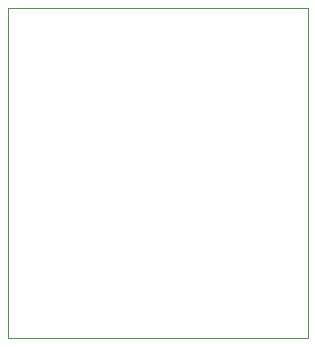
<source format=gbr>
%TF.GenerationSoftware,KiCad,Pcbnew,8.0.1*%
%TF.CreationDate,2024-05-12T19:39:20+02:00*%
%TF.ProjectId,lsx-1,6c73782d-312e-46b6-9963-61645f706362,1.0*%
%TF.SameCoordinates,Original*%
%TF.FileFunction,Profile,NP*%
%FSLAX46Y46*%
G04 Gerber Fmt 4.6, Leading zero omitted, Abs format (unit mm)*
G04 Created by KiCad (PCBNEW 8.0.1) date 2024-05-12 19:39:20*
%MOMM*%
%LPD*%
G01*
G04 APERTURE LIST*
%TA.AperFunction,Profile*%
%ADD10C,0.050000*%
%TD*%
G04 APERTURE END LIST*
D10*
X76200000Y-48260000D02*
X101600000Y-48260000D01*
X101600000Y-76200000D01*
X76200000Y-76200000D01*
X76200000Y-48260000D01*
M02*

</source>
